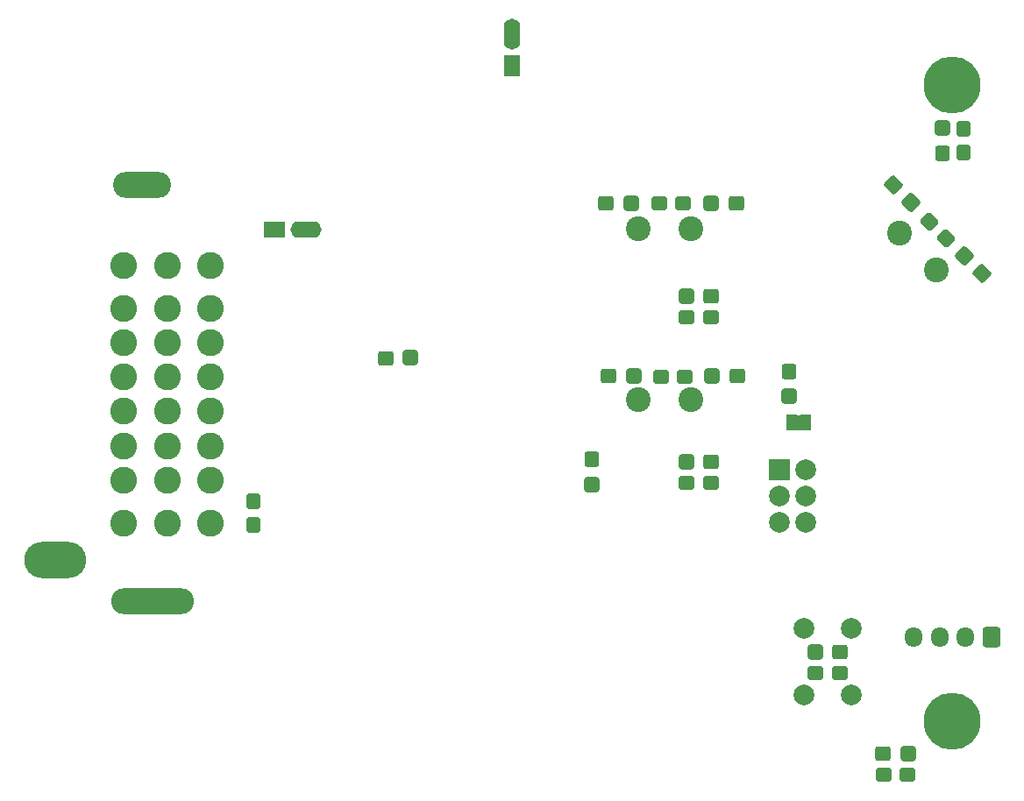
<source format=gbr>
%TF.GenerationSoftware,KiCad,Pcbnew,9.0.2*%
%TF.CreationDate,2025-09-23T15:34:20+08:00*%
%TF.ProjectId,SSRU_v3.2,53535255-5f76-4332-9e32-2e6b69636164,rev?*%
%TF.SameCoordinates,Original*%
%TF.FileFunction,Soldermask,Bot*%
%TF.FilePolarity,Negative*%
%FSLAX46Y46*%
G04 Gerber Fmt 4.6, Leading zero omitted, Abs format (unit mm)*
G04 Created by KiCad (PCBNEW 9.0.2) date 2025-09-23 15:34:20*
%MOMM*%
%LPD*%
G01*
G04 APERTURE LIST*
G04 Aperture macros list*
%AMRoundRect*
0 Rectangle with rounded corners*
0 $1 Rounding radius*
0 $2 $3 $4 $5 $6 $7 $8 $9 X,Y pos of 4 corners*
0 Add a 4 corners polygon primitive as box body*
4,1,4,$2,$3,$4,$5,$6,$7,$8,$9,$2,$3,0*
0 Add four circle primitives for the rounded corners*
1,1,$1+$1,$2,$3*
1,1,$1+$1,$4,$5*
1,1,$1+$1,$6,$7*
1,1,$1+$1,$8,$9*
0 Add four rect primitives between the rounded corners*
20,1,$1+$1,$2,$3,$4,$5,0*
20,1,$1+$1,$4,$5,$6,$7,0*
20,1,$1+$1,$6,$7,$8,$9,0*
20,1,$1+$1,$8,$9,$2,$3,0*%
G04 Aperture macros list end*
%ADD10R,2.000000X1.600000*%
%ADD11O,3.000000X1.600000*%
%ADD12O,5.600000X2.500000*%
%ADD13O,6.000000X3.500000*%
%ADD14O,8.000000X2.500000*%
%ADD15C,2.600000*%
%ADD16C,5.500000*%
%ADD17R,2.000000X2.000000*%
%ADD18C,2.000000*%
%ADD19RoundRect,0.250000X0.600000X0.725000X-0.600000X0.725000X-0.600000X-0.725000X0.600000X-0.725000X0*%
%ADD20O,1.700000X1.950000*%
%ADD21C,2.400000*%
%ADD22R,1.600000X2.000000*%
%ADD23O,1.600000X3.000000*%
%ADD24RoundRect,0.305575X0.460025X0.412525X-0.460025X0.412525X-0.460025X-0.412525X0.460025X-0.412525X0*%
%ADD25RoundRect,0.308511X0.457089X0.416489X-0.457089X0.416489X-0.457089X-0.416489X0.457089X-0.416489X0*%
%ADD26RoundRect,0.305575X-0.412525X0.460025X-0.412525X-0.460025X0.412525X-0.460025X0.412525X0.460025X0*%
%ADD27RoundRect,0.308511X-0.416489X0.457089X-0.416489X-0.457089X0.416489X-0.457089X0.416489X0.457089X0*%
%ADD28RoundRect,0.278125X-0.389375X0.474375X-0.389375X-0.474375X0.389375X-0.474375X0.389375X0.474375X0*%
%ADD29RoundRect,0.305575X-0.616986X0.033588X0.033588X-0.616986X0.616986X-0.033588X-0.033588X0.616986X0*%
%ADD30RoundRect,0.308511X-0.617713X0.028709X0.028709X-0.617713X0.617713X-0.028709X-0.028709X0.617713X0*%
%ADD31RoundRect,0.278125X-0.474375X-0.389375X0.474375X-0.389375X0.474375X0.389375X-0.474375X0.389375X0*%
%ADD32RoundRect,0.305575X0.616986X-0.033588X-0.033588X0.616986X-0.616986X0.033588X0.033588X-0.616986X0*%
%ADD33RoundRect,0.308511X0.617713X-0.028709X-0.028709X0.617713X-0.617713X0.028709X0.028709X-0.617713X0*%
%ADD34RoundRect,0.305575X-0.460025X-0.412525X0.460025X-0.412525X0.460025X0.412525X-0.460025X0.412525X0*%
%ADD35RoundRect,0.308511X-0.457089X-0.416489X0.457089X-0.416489X0.457089X0.416489X-0.457089X0.416489X0*%
%ADD36RoundRect,0.278125X-0.610763X0.060104X0.060104X-0.610763X0.610763X-0.060104X-0.060104X0.610763X0*%
%ADD37RoundRect,0.278125X0.389375X-0.474375X0.389375X0.474375X-0.389375X0.474375X-0.389375X-0.474375X0*%
%ADD38R,1.000000X1.500000*%
%ADD39RoundRect,0.305575X0.412525X-0.460025X0.412525X0.460025X-0.412525X0.460025X-0.412525X-0.460025X0*%
%ADD40RoundRect,0.308511X0.416489X-0.457089X0.416489X0.457089X-0.416489X0.457089X-0.416489X-0.457089X0*%
G04 APERTURE END LIST*
%TO.C,JP1*%
G36*
X175300000Y-102500000D02*
G01*
X175000000Y-102500000D01*
X175000000Y-104000000D01*
X175300000Y-104000000D01*
X175300000Y-102500000D01*
G37*
%TD*%
D10*
%TO.C,C7*%
X124550000Y-84600000D03*
D11*
X127550000Y-84600000D03*
%TD*%
D12*
%TO.C,J2*%
X111775000Y-80295000D03*
D13*
X103375000Y-116495000D03*
D14*
X112775000Y-120495000D03*
D15*
X118375000Y-88020000D03*
X118375000Y-92170000D03*
X118375000Y-95500000D03*
X118375000Y-98830000D03*
X118375000Y-102135000D03*
X118375000Y-105490000D03*
X118375000Y-108820000D03*
X118375000Y-112970000D03*
X114175000Y-88020000D03*
X114175000Y-92170000D03*
X114175000Y-95500000D03*
X114175000Y-98830000D03*
X114175000Y-102135000D03*
X114175000Y-105490000D03*
X114175000Y-108820000D03*
X114175000Y-112970000D03*
X109975000Y-88020000D03*
X109975000Y-92170000D03*
X109975000Y-95500000D03*
X109975000Y-98830000D03*
X109975000Y-102135000D03*
X109975000Y-105490000D03*
X109975000Y-108820000D03*
X109975000Y-112970000D03*
%TD*%
D16*
%TO.C,H2*%
X189967641Y-132097800D03*
%TD*%
D17*
%TO.C,J4*%
X173250000Y-107750000D03*
D18*
X175790000Y-107750000D03*
X173250000Y-110290000D03*
X175790000Y-110290000D03*
X173250000Y-112830000D03*
X175790000Y-112830000D03*
%TD*%
D19*
%TO.C,J31*%
X193750000Y-123975000D03*
D20*
X191250000Y-123975000D03*
X188750000Y-123975000D03*
X186250000Y-123975000D03*
%TD*%
D18*
%TO.C,SW1*%
X180199200Y-123090000D03*
X180199200Y-129590000D03*
X175699200Y-123090000D03*
X175699200Y-129590000D03*
%TD*%
D21*
%TO.C,Y3*%
X164743282Y-101000000D03*
X159663282Y-101000000D03*
%TD*%
%TO.C,Y4*%
X164743282Y-84500000D03*
X159663282Y-84500000D03*
%TD*%
%TO.C,Y1*%
X184867589Y-84890266D03*
X188459691Y-88482368D03*
%TD*%
D16*
%TO.C,H1*%
X189967641Y-70597800D03*
%TD*%
D22*
%TO.C,C11*%
X147500000Y-68750000D03*
D23*
X147500000Y-65750000D03*
%TD*%
D24*
%TO.C,C41*%
X169215600Y-98742048D03*
D25*
X166784400Y-98748948D03*
%TD*%
D26*
%TO.C,C4*%
X174243100Y-98284400D03*
D27*
X174250000Y-100715600D03*
%TD*%
D28*
%TO.C,R40*%
X122467500Y-110847500D03*
X122467500Y-113152500D03*
%TD*%
D24*
%TO.C,C26*%
X169115600Y-82043100D03*
D25*
X166684400Y-82050000D03*
%TD*%
D24*
%TO.C,C39*%
X166715600Y-90993100D03*
D25*
X164284400Y-91000000D03*
%TD*%
D29*
%TO.C,C17*%
X184276003Y-80285761D03*
D30*
X186000000Y-82000000D03*
%TD*%
D26*
%TO.C,C44*%
X155145600Y-106784400D03*
D27*
X155152500Y-109215600D03*
%TD*%
D31*
%TO.C,R15*%
X161697500Y-82083552D03*
X164002500Y-82083552D03*
%TD*%
D32*
%TO.C,C5*%
X192864438Y-88854680D03*
D33*
X191140441Y-87140441D03*
%TD*%
D34*
%TO.C,C42*%
X156784400Y-98755848D03*
D35*
X159215600Y-98748948D03*
%TD*%
D31*
%TO.C,R16*%
X164347500Y-93032500D03*
X166652500Y-93032500D03*
%TD*%
D34*
%TO.C,C27*%
X156534400Y-82056900D03*
D35*
X158965600Y-82050000D03*
%TD*%
D36*
%TO.C,R4*%
X187762078Y-83830717D03*
X189391960Y-85460599D03*
%TD*%
D24*
%TO.C,C43*%
X166715600Y-106993100D03*
D25*
X164284400Y-107000000D03*
%TD*%
D31*
%TO.C,R21*%
X164347500Y-109032500D03*
X166652500Y-109032500D03*
%TD*%
%TO.C,R9*%
X183347500Y-137282500D03*
X185652500Y-137282500D03*
%TD*%
D37*
%TO.C,R10*%
X191032500Y-77152500D03*
X191032500Y-74847500D03*
%TD*%
D38*
%TO.C,JP1*%
X175800000Y-103250000D03*
X174500000Y-103250000D03*
%TD*%
D39*
%TO.C,C29*%
X189006900Y-77215600D03*
D40*
X189000000Y-74784400D03*
%TD*%
D34*
%TO.C,C24*%
X183284400Y-135256900D03*
D35*
X185715600Y-135250000D03*
%TD*%
D34*
%TO.C,C23*%
X135250000Y-97000000D03*
D35*
X137681200Y-96993100D03*
%TD*%
D24*
%TO.C,C18*%
X179164800Y-125433100D03*
D25*
X176733600Y-125440000D03*
%TD*%
D31*
%TO.C,R5*%
X176796700Y-127472500D03*
X179101700Y-127472500D03*
%TD*%
%TO.C,R18*%
X161847500Y-98782500D03*
X164152500Y-98782500D03*
%TD*%
M02*

</source>
